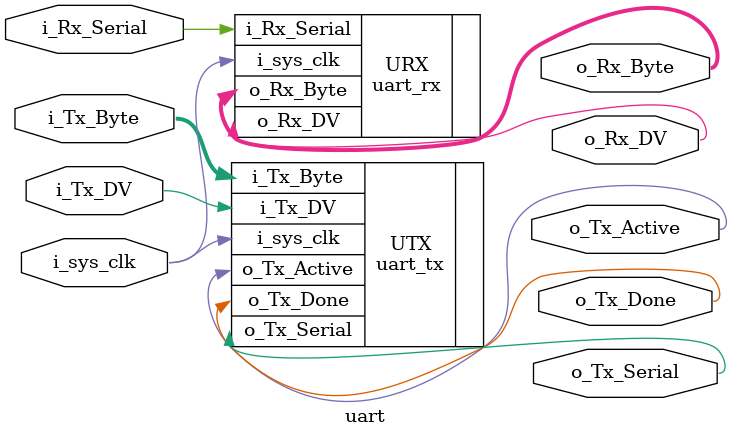
<source format=v>
`timescale 1ns / 1ps


module uart #(parameter CLKS_PER_BIT = 87)(
input i_sys_clk,
input i_Rx_Serial,
input i_Tx_DV,
input [7:0] i_Tx_Byte,
output o_Tx_Serial,
output o_Rx_DV,
output [7:0] o_Rx_Byte,
output o_Tx_Active,
output o_Tx_Done
    );
    
    uart_rx #(.CLKS_PER_BIT(CLKS_PER_BIT)) URX (
        .i_sys_clk(i_sys_clk),
        .i_Rx_Serial(i_Rx_Serial),
        .o_Rx_DV(o_Rx_DV),
        .o_Rx_Byte(o_Rx_Byte)
    );
    
    uart_tx #(.CLKS_PER_BIT(CLKS_PER_BIT)) UTX (
        .i_sys_clk(i_sys_clk),
        .i_Tx_DV(i_Tx_DV),
        .i_Tx_Byte(i_Tx_Byte),
        .o_Tx_Active(o_Tx_Active),
        .o_Tx_Serial(o_Tx_Serial),
        .o_Tx_Done(o_Tx_Done)  
    );
    
endmodule

</source>
